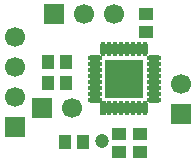
<source format=gts>
G04 (created by PCBNEW (2013-07-07 BZR 4022)-stable) date 15/12/2014 22:10:53*
%MOIN*%
G04 Gerber Fmt 3.4, Leading zero omitted, Abs format*
%FSLAX34Y34*%
G01*
G70*
G90*
G04 APERTURE LIST*
%ADD10C,0.00590551*%
%ADD11C,0.047274*%
%ADD12R,0.042874X0.047874*%
%ADD13R,0.019685X0.0472441*%
%ADD14O,0.019685X0.0472441*%
%ADD15O,0.0472441X0.019685*%
%ADD16R,0.0472441X0.0472441*%
%ADD17R,0.0669291X0.0669291*%
%ADD18C,0.0669291*%
%ADD19R,0.047874X0.042874*%
G04 APERTURE END LIST*
G54D10*
G54D11*
X45302Y-25586D03*
G54D12*
X44109Y-22935D03*
X43509Y-22935D03*
G54D13*
X45358Y-24492D03*
G54D14*
X45555Y-24492D03*
X45751Y-24492D03*
X45948Y-24492D03*
X46145Y-24492D03*
X46342Y-24492D03*
X46539Y-24492D03*
X46736Y-24492D03*
G54D15*
X47031Y-24197D03*
X47031Y-24000D03*
X47031Y-23803D03*
X47031Y-23606D03*
X47031Y-23409D03*
X47031Y-23212D03*
X47031Y-23015D03*
X47031Y-22819D03*
G54D14*
X46736Y-22523D03*
X46539Y-22523D03*
X46342Y-22523D03*
X46145Y-22523D03*
X45948Y-22523D03*
X45751Y-22523D03*
X45555Y-22523D03*
X45358Y-22523D03*
G54D15*
X45062Y-22819D03*
X45062Y-23015D03*
X45062Y-23212D03*
X45062Y-23409D03*
X45062Y-23606D03*
X45062Y-23803D03*
X45062Y-24000D03*
X45062Y-24197D03*
G54D16*
X46047Y-23508D03*
X46440Y-23508D03*
X45653Y-23508D03*
X45653Y-23114D03*
X46047Y-23114D03*
X46440Y-23114D03*
X45653Y-23901D03*
X46047Y-23901D03*
X46440Y-23901D03*
G54D12*
X43517Y-23628D03*
X44117Y-23628D03*
G54D17*
X42400Y-25100D03*
G54D18*
X42400Y-24100D03*
X42400Y-23100D03*
X42400Y-22100D03*
G54D17*
X43724Y-21349D03*
G54D18*
X44724Y-21349D03*
X45724Y-21349D03*
G54D17*
X47933Y-24673D03*
G54D18*
X47933Y-23673D03*
G54D19*
X45885Y-25333D03*
X45885Y-25933D03*
X46771Y-21934D03*
X46771Y-21334D03*
G54D12*
X44688Y-25605D03*
X44088Y-25605D03*
G54D19*
X46568Y-25333D03*
X46568Y-25933D03*
G54D17*
X43321Y-24463D03*
G54D18*
X44321Y-24463D03*
M02*

</source>
